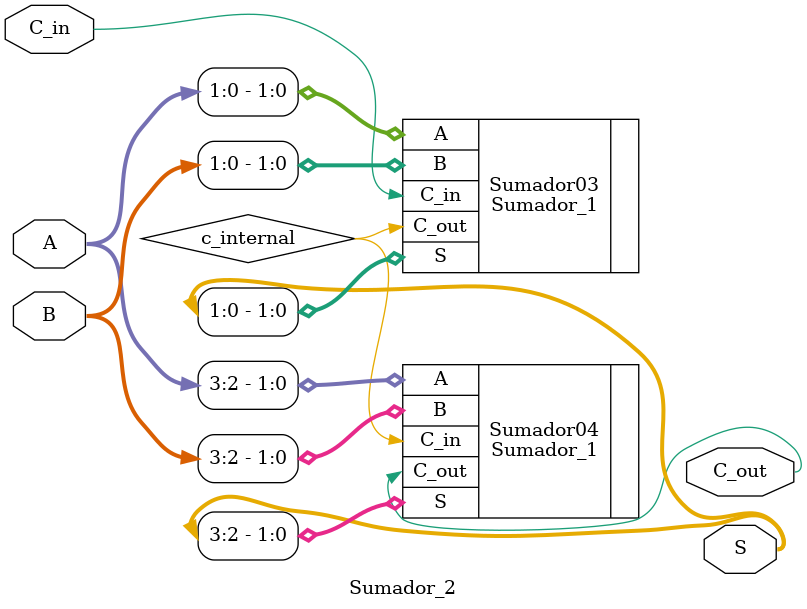
<source format=v>
`timescale 1ns / 1ps

module Sumador_2(A, B, C_in, S, C_out);

    input [3:0] A, B;       // 4 bits de entrada
    input C_in;
    output [3:0] S;
    output C_out;

    wire [3:0] A, B;
    wire C_in;
    wire [3:0] S;
    wire C_out;

    wire c_internal;

    Sumador_1 Sumador03 (
        .A(A[1:0]),
        .B(B[1:0]),
        .C_in(C_in),
        .S(S[1:0]),
        .C_out(c_internal)
    );

    Sumador_1 Sumador04 (
        .A(A[3:2]),
        .B(B[3:2]),
        .C_in(c_internal),
        .S(S[3:2]),
        .C_out(C_out)
    );

endmodule

</source>
